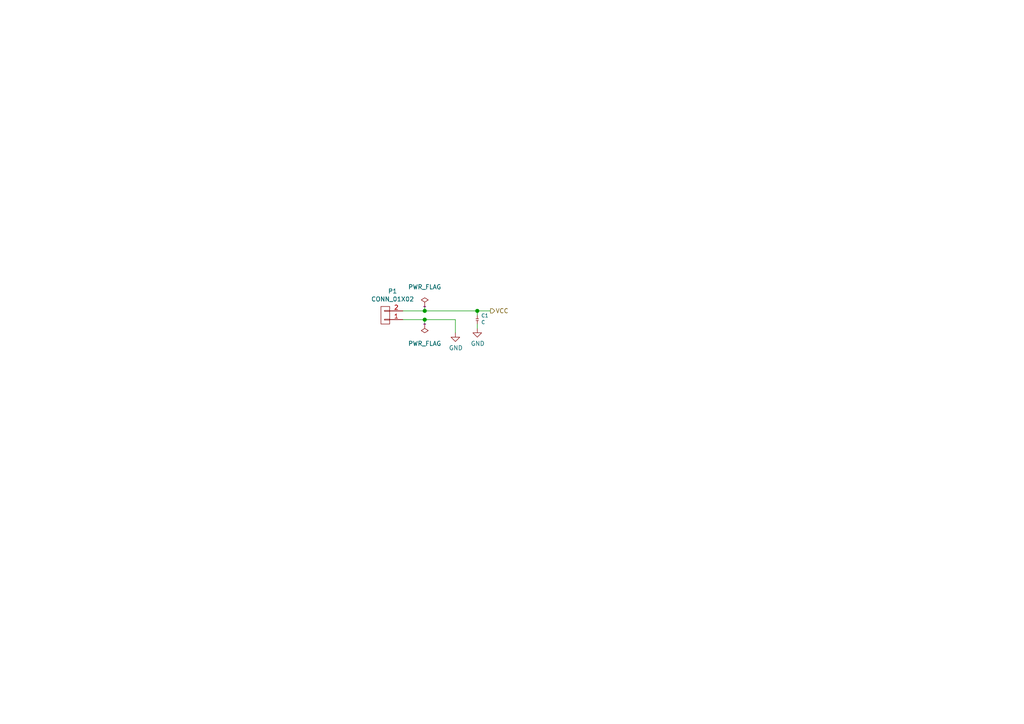
<source format=kicad_sch>
(kicad_sch (version 20230409) (generator eeschema)
  (paper "A4")
  (lib_symbols
    (symbol "fail-project-rescue:C-passive" (pin_numbers hide) (pin_names (offset 1.016) hide)
      (property "Reference" "C" (at 0 1.27 0))
      (property "Value" "C-passive" (at 0 -1.27 0))
      (symbol "C-passive_0_1"
        (polyline (pts (xy -0.635 0) (xy -1.27 0)))
        (polyline (pts (xy -0.635 0) (xy -0.381 0)))
        (polyline (pts (xy -0.254 0.381) (xy -0.254 -0.381)))
        (polyline (pts (xy 0.254 0.381) (xy 0.254 -0.381)))
        (polyline (pts (xy 0.635 0) (xy 0.254 0)))
        (polyline (pts (xy 1.27 0) (xy 0.635 0)))
      )
      (symbol "C-passive_1_1"
        (pin passive line (at -1.27 0 0) (length 0) (name "1") (number "1"))
        (pin passive line (at 1.27 0 0) (length 0) (name "2") (number "2"))
      )
    )
    (symbol "fail-project-rescue:CONN_01X02-conn" (pin_names (offset 1.016) hide)
      (property "Reference" "P" (at 0 3.81 0))
      (property "Value" "CONN_01X02-conn" (at 2.54 0 90))
      (symbol "CONN_01X02-conn_0_1"
        (rectangle (start -1.27 -1.143) (end 0.254 -1.397))
        (rectangle (start -1.27 1.397) (end 0.254 1.143))
        (rectangle (start -1.27 2.54) (end 1.27 -2.54))
      )
      (symbol "CONN_01X02-conn_1_1"
        (pin passive line (at -5.08 1.27 0) (length 3.81) (name "P1") (number "1"))
        (pin passive line (at -5.08 -1.27 0) (length 3.81) (name "P2") (number "2"))
      )
    )
    (symbol "power:GND" (power) (pin_names (offset 0))
      (property "Value" "GND" (at 0 -3.81 0))
      (symbol "GND_0_1"
        (polyline (pts (xy 0 0) (xy 0 -1.27) (xy 1.27 -1.27) (xy 0 -2.54) (xy -1.27 -1.27) (xy 0 -1.27)))
      )
      (symbol "GND_1_1"
        (pin power_in line (at 0 0 270) (length 0) hide (name "GND") (number "1"))
      )
    )
    (symbol "power:PWR_FLAG" (power) (pin_numbers hide) (pin_names (offset 0) hide)
      (property "Value" "PWR_FLAG" (at 0 3.81 0))
      (symbol "PWR_FLAG_0_0"
        (pin power_out line (at 0 0 90) (length 0) (name "pwr") (number "1"))
      )
      (symbol "PWR_FLAG_0_1"
        (polyline (pts (xy 0 0) (xy 0 1.27) (xy -1.016 1.905) (xy 0 2.54) (xy 1.016 1.905) (xy 0 1.27)))
      )
    )
  )
  (junction (at 123.19 90.17) (diameter 1.016))
  (junction (at 138.43 90.17) (diameter 1.016))
  (junction (at 123.19 92.71) (diameter 1.016))
  (wire (pts (xy 123.19 90.17) (xy 138.43 90.17)))
  (wire (pts (xy 116.84 90.17) (xy 123.19 90.17)))
  (wire (pts (xy 138.43 90.17) (xy 142.24 90.17)))
  (wire (pts (xy 123.19 90.17) (xy 123.19 88.9)))
  (wire (pts (xy 123.19 93.98) (xy 123.19 92.71)))
  (wire (pts (xy 132.08 92.71) (xy 132.08 96.52)))
  (wire (pts (xy 116.84 92.71) (xy 123.19 92.71)))
  (wire (pts (xy 138.43 91.44) (xy 138.43 90.17)))
  (wire (pts (xy 138.43 95.25) (xy 138.43 93.98)))
  (wire (pts (xy 123.19 92.71) (xy 132.08 92.71)))
  (hierarchical_label "VCC" (shape output) (at 142.24 90.17 0))
  (symbol (lib_id "fail-project-rescue:CONN_01X02-conn") (at 111.76 91.44 180) (unit 1)
    (property "Reference" "P1" (at 113.8682 84.455 0))
    (property "Value" "CONN_01X02" (at 113.8682 86.7664 0))
    (property "Footprint" "Connector_JST:JST_JWPF_B02B-JWPF-SK-R_1x02_P2.00mm_Vertical" (effects hide))
  )
  (symbol (lib_id "power:PWR_FLAG") (at 123.19 88.9 0) (unit 1)
    (property "Reference" "#FLG01" (effects hide))
    (property "Value" "PWR_FLAG" (at 123.19 83.2358 0))
    (property "Datasheet" "~" (at 123.19 88.9 0))
  )
  (symbol (lib_id "power:PWR_FLAG") (at 123.19 93.98 180) (unit 1)
    (property "Reference" "#FLG02" (effects hide))
    (property "Value" "PWR_FLAG" (at 123.19 99.6442 0))
    (property "Datasheet" "~" (at 123.19 93.98 0))
  )
  (symbol (lib_id "power:GND") (at 132.08 96.52 0) (unit 1)
    (property "Reference" "#PWR01" (effects hide))
    (property "Value" "GND" (at 132.207 100.9142 0))
  )
  (symbol (lib_id "fail-project-rescue:C-passive") (at 138.43 92.71 270) (unit 1)
    (property "Reference" "C1" (at 139.5476 91.5416 90) (effects (font (size 1.016 1.016)) (justify left)))
    (property "Value" "C" (at 139.5476 93.472 90) (effects (font (size 1.016 1.016)) (justify left)))
    (property "Footprint" "Capacitor_SMD:C_0402_1005Metric" (effects hide))
  )
  (symbol (lib_id "power:GND") (at 138.43 95.25 0) (unit 1)
    (property "Reference" "#PWR02" (effects hide))
    (property "Value" "GND" (at 138.557 99.6442 0))
  )
)
</source>
